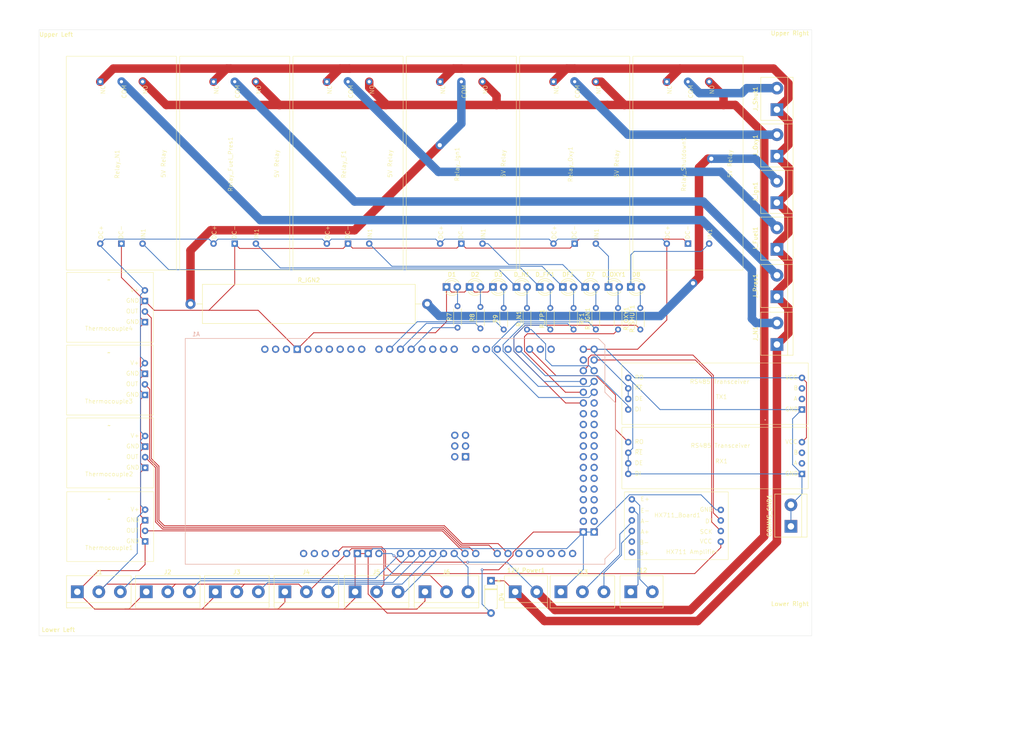
<source format=kicad_pcb>
(kicad_pcb (version 20240108) (generator "pcbnew") (generator_version "8.0")
  (title_block (title "Hole Placement Diagram") (date "2025-02-08") (rev "1.0.0"))
  (layers (0 "F.Cu" signal) (31 "B.Cu" signal) (34 "B.Paste" user) (35 "F.Paste" user) (36 "B.SilkS" user "B.Silkscreen") (37 "F.SilkS" user "F.Silkscreen") (38 "B.Mask" user) (39 "F.Mask" user) (44 "Edge.Cuts" user))
  (net 0 "")
  (net 1 "Net-(12V_Power1-Pin_1)")
  (net 5 "Net-(A1-PadD29)")
  (net 7 "Net-(A1-PadD4)")
  (net 10 "Net-(J3-Pin_3)")
  (net 17 "Net-(A1-PadD24)")
  (net 22 "Net-(A1-PadD27)")
  (net 25 "Net-(A1-D19{slash}RX1)")
  (net 32 "Net-(A1-PadA7)")
  (net 33 "Net-(J6-Pin_3)")
  (net 39 "Net-(A1-PadD5)")
  (net 41 "Net-(A1-PadA8)")
  (net 42 "Net-(A1-PadD23)")
  (net 43 "Net-(J4-Pin_3)")
  (net 45 "Net-(J5-Pin_3)")
  (net 49 "Net-(A1-PadD28)")
  (net 52 "Net-(A1-PadD25)")
  (net 53 "Net-(A1-PadD26)")
  (net 54 "Net-(A1-3.3V)")
  (net 55 "Net-(A1-PadA6)")
  (net 56 "Net-(J1-Pin_3)")
  (net 58 "Net-(A1-D18{slash}TX1)")
  (net 67 "Net-(J1-Pin_2)")
  (net 71 "Net-(A1-PadD6)")
  (net 79 "Net-(A1-PadA9)")
  (net 82 "Net-(A1-PadD30)")
  (net 84 "Net-(J2-Pin_3)")
  (net 85 "Net-(COMMS_GND1-Pin_1)")
  (net 86 "Net-(D1-A)")
  (net 87 "Net-(D2-A)")
  (net 88 "Net-(D3-A)")
  (net 89 "Net-(D7-A)")
  (net 90 "Net-(D7-K)")
  (net 91 "Net-(D8-A)")
  (net 92 "Net-(D8-K)")
  (net 93 "Net-(DF1-K)")
  (net 94 "Net-(DF1-A)")
  (net 95 "Net-(D_FP1-K)")
  (net 96 "Net-(D_FP1-A)")
  (net 97 "Net-(D_N1-A)")
  (net 98 "Net-(D_N1-K)")
  (net 99 "Net-(D_OXY1-A)")
  (net 100 "Net-(D_OXY1-K)")
  (net 102 "Net-(J13-Pin_2)")
  (net 104 "Net-(J12-Pin_2)")
  (net 105 "Net-(J12-Pin_1)")
  (net 106 "Net-(J_Fuel1-Pin_2)")
  (net 107 "Net-(J_N1-Pin_2)")
  (net 108 "Net-(J_Oxy1-Pin_2)")
  (net 109 "Net-(J_Pres1-Pin_2)")
  (net 110 "Net-(R_IGN2-Pad1)")
  (net 111 "RS485 RX A")
  (net 112 "RS485 RX B")
  (net 113 "RS485 TX A")
  (net 114 "RS485 TX B")
  (net 115 "Net-(12V_Power1-Pin_2)")
  (net 116 "Net-(J13-Pin_3)")
  (net 117 "Net-(J_Ign1-Pin_2)")
  (net 118 "Net-(J_Shut1-Pin_2)")
  (net 119 "Net-(D1-K)")
  (footprint "ValveControl:Relay" (layer "F.Cu") (at 158.75 52 90)
    (property "Reference" "Relay_Oxy1")
    (property "Value" "~")
  )
  (footprint "TerminalBlock:TerminalBlock_bornier-3_P5.08mm" (layer "F.Cu") (at 90.84 153)
    (property "Reference" "J4")
    (property "Value" "Pressure Transducer")
  )
  (footprint "ValveControl:Relay" (layer "F.Cu") (at 51.75 52 90)
    (property "Reference" "Relay_N1")
    (property "Value" "~")
  )
  (footprint "TerminalBlock:TerminalBlock_bornier-2_P5.08mm" (layer "F.Cu") (at 207 94.58 90)
    (property "Reference" "J_N1")
    (property "Value" "Nitrogen Valve")
  )
  (footprint "Communications:RS485_Transceiver" (layer "F.Cu") (at 193.9 107.45)
    (property "Reference" "TX1")
    (property "Value" "TX_MAX485")
  )
  (footprint "ValveControl:Relay" (layer "F.Cu") (at 132 52 90)
    (property "Reference" "Relay_Ign1")
    (property "Value" "~")
  )
  (footprint "TerminalBlock:TerminalBlock_bornier-2_P5.08mm" (layer "F.Cu") (at 207 50.1 90)
    (property "Reference" "J_Oxy1")
    (property "Value" "Oxidizer")
  )
  (footprint "MountingHole:MountingHole_2.1mm" (layer "F.Cu") (at 211.15 24.25)
    (property "Reference" "Upper Right")
    (property "Value" "MountingHole_2.1mm")
  )
  (footprint "TerminalBlock:TerminalBlock_bornier-2_P5.08mm" (layer "F.Cu") (at 172.5 153)
    (property "Reference" "J12")
    (property "Value" "Screw_Terminal_01x02")
  )
  (footprint "MountingHole:MountingHole_2.1mm" (layer "F.Cu") (at 36.85 24.25)
    (property "Reference" "Upper Left")
    (property "Value" "MountingHole_2.1mm")
  )
  (footprint "Resistor_THT:R_Axial_DIN0204_L3.6mm_D1.6mm_P5.08mm_Horizontal" (layer "F.Cu") (at 174.75 91.04 90)
    (property "Reference" "R_SHUT1")
    (property "Value" "R")
  )
  (footprint "Resistor_THT:R_Axial_DIN0204_L3.6mm_D1.6mm_P5.08mm_Horizontal" (layer "F.Cu") (at 159 85.96 -90)
    (property "Reference" "RF1")
    (property "Value" "R")
  )
  (footprint "Sensors:AD8495" (layer "F.Cu") (at 49.3 102)
    (property "Reference" "Thermocouple3")
    (property "Value" "~")
  )
  (footprint "ValveControl:Relay" (layer "F.Cu") (at 185.5 52 90)
    (property "Reference" "Relay_Shutdown1")
    (property "Value" "~")
  )
  (footprint "TerminalBlock:TerminalBlock_bornier-2_P5.08mm" (layer "F.Cu") (at 210.3 137.54 90)
    (property "Reference" "COMMS_GND1")
    (property "Value" "GND")
  )
  (footprint "LED_THT:LED_D3.0mm" (layer "F.Cu") (at 134.46 81)
    (property "Reference" "D2")
    (property "Value" "LED")
  )
  (footprint "LED_THT:LED_D3.0mm" (layer "F.Cu") (at 172.5 81)
    (property "Reference" "D8")
    (property "Value" "LED")
  )
  (footprint "Resistor_THT:R_Axial_DIN0204_L3.6mm_D1.6mm_P5.08mm_Horizontal" (layer "F.Cu") (at 148 91.04 90)
    (property "Reference" "R_N1")
    (property "Value" "R")
  )
  (footprint "TerminalBlock:TerminalBlock_bornier-3_P5.08mm" (layer "F.Cu") (at 74.42 153)
    (property "Reference" "J3")
    (property "Value" "Pressure Transducer")
  )
  (footprint "Resistor_THT:R_Axial_DIN0204_L3.6mm_D1.6mm_P5.08mm_Horizontal" (layer "F.Cu") (at 153.5 91.04 90)
    (property "Reference" "R_FP1")
    (property "Value" "R")
  )
  (footprint "Communications:RS485_Transceiver" (layer "F.Cu") (at 193.9 122.65)
    (property "Reference" "RX1")
    (property "Value" "RX_MAX485")
  )
  (footprint "Resistor_THT:R_Axial_DIN0204_L3.6mm_D1.6mm_P5.08mm_Horizontal" (layer "F.Cu") (at 164.25 91.04 90)
    (property "Reference" "R_IGN1")
    (property "Value" "R200")
  )
  (footprint "LED_THT:LED_D3.0mm" (layer "F.Cu") (at 156.46 81)
    (property "Reference" "DF1")
    (property "Value" "LED")
  )
  (footprint "TerminalBlock:TerminalBlock_bornier-3_P5.08mm" (layer "F.Cu") (at 58.12 153)
    (property "Reference" "J2")
    (property "Value" "Pressure Transducer")
  )
  (footprint "Resistor_THT:R_Axial_DIN0204_L3.6mm_D1.6mm_P5.08mm_Horizontal" (layer "F.Cu") (at 142.5 91.04 90)
    (property "Reference" "R9")
    (property "Value" "R")
  )
  (footprint "LED_THT:LED_D3.0mm" (layer "F.Cu") (at 139.96 81)
    (property "Reference" "D3")
    (property "Value" "LED")
  )
  (footprint "Resistor_THT:R_Axial_DIN0204_L3.6mm_D1.6mm_P5.08mm_Horizontal" (layer "F.Cu") (at 137 90.79 90)
    (property "Reference" "R8")
    (property "Value" "R")
  )
  (footprint "TerminalBlock:TerminalBlock_bornier-2_P5.08mm" (layer "F.Cu") (at 145.22 153)
    (property "Reference" "12V_Power1")
    (property "Value" "12V Power")
  )
  (footprint "Sensors:AD8495" (layer "F.Cu") (at 49.3 84.8)
    (property "Reference" "Thermocouple4")
    (property "Value" "~")
  )
  (footprint "Resistor_THT:R_Axial_Power_L50.0mm_W9.0mm_P55.88mm" (layer "F.Cu") (at 68.56 85)
    (property "Reference" "R_IGN2")
    (property "Value" "10R 10W")
  )
  (footprint "TerminalBlock:TerminalBlock_bornier-2_P5.08mm" (layer "F.Cu") (at 206.98 61.08 90)
    (property "Reference" "J_Ign1")
    (property "Value" "Igniter")
  )
  (footprint "Resistor_THT:R_Axial_DIN0204_L3.6mm_D1.6mm_P5.08mm_Horizontal" (layer "F.Cu") (at 131.6 90.6 90)
    (property "Reference" "R7")
    (property "Value" "R")
  )
  (footprint "TerminalBlock:TerminalBlock_bornier-3_P5.08mm" (layer "F.Cu") (at 107.42 153)
    (property "Reference" "J5")
    (property "Value" "Pressure Transducer")
  )
  (footprint "LED_THT:LED_D3.0mm" (layer "F.Cu") (at 167.23 81)
    (property "Reference" "D_OXY1")
    (property "Value" "LED")
  )
  (footprint "TerminalBlock:TerminalBlock_bornier-3_P5.08mm" (layer "F.Cu") (at 156 153)
    (property "Reference" "J13")
    (property "Value" "Screw_Terminal_01x03")
  )
  (footprint "Sensors:HX711" (layer "F.Cu") (at 183.5 135.4)
    (property "Reference" "HX711_Board1")
    (property "Value" "~")
  )
  (footprint "ValveControl:Relay" (layer "F.Cu") (at 78.5 52 90)
    (property "Reference" "Relay_Fuel_Pres1")
    (property "Value" "~")
  )
  (footprint "ValveControl:Relay" (layer "F.Cu") (at 105.25 52 90)
    (property "Reference" "Relay_F1")
    (property "Value" "~")
  )
  (footprint "TerminalBlock:TerminalBlock_bornier-2_P5.08mm" (layer "F.Cu") (at 207 83.3 90)
    (property "Reference" "J_Pres1")
    (property "Value" "Fuel Pressuization")
  )
  (footprint "TerminalBlock:TerminalBlock_bornier-2_P5.08mm" (layer "F.Cu") (at 207 72.1 90)
    (property "Reference" "J_Fuel1")
    (property "Value" "Fuel")
  )
  (footprint "Sensors:AD8495" (layer "F.Cu") (at 49.35 119.2)
    (property "Reference" "Thermocouple2")
    (property "Value" "~")
  )
  (footprint "MountingHole:MountingHole_2.1mm" (layer "F.Cu") (at 36.85 159.35)
    (property "Reference" "Lower Left")
    (property "Value" "MountingHole_2.1mm")
  )
  (footprint "Resistor_THT:R_Axial_DIN0204_L3.6mm_D1.6mm_P5.08mm_Horizontal" (layer "F.Cu") (at 169.5 85.96 -90)
    (property "Reference" "R_OXY1")
    (property "Value" "R")
  )
  (footprint "LED_THT:LED_D3.0mm" (layer "F.Cu") (at 129 81)
    (property "Reference" "D1")
    (property "Value" "LED")
  )
  (footprint "LED_THT:LED_D3.0mm" (layer "F.Cu") (at 145.5 81)
    (property "Reference" "D_N1")
    (property "Value" "LED")
  )
  (footprint "Diode_THT:D_A-405_P7.62mm_Horizontal" (layer "F.Cu") (at 139.5 150.4 -90)
    (property "Reference" "D4")
    (property "Value" "D")
  )
  (footprint "Arduino:Arduino_Mega2560_R3_Shield" (layer "F.Cu") (at 67.324 146.5)
    (property "Reference" "A1")
    (property "Value" "Arduino_Mega2560_R3_Shield")
  )
  (footprint "LED_THT:LED_D3.0mm" (layer "F.Cu") (at 161.73 81)
    (property "Reference" "D7")
    (property "Value" "LED")
  )
  (footprint "TerminalBlock:TerminalBlock_bornier-3_P5.08mm" (layer "F.Cu") (at 41.84 153)
    (property "Reference" "J1")
    (property "Value" "Pressure Transducer")
  )
  (footprint "TerminalBlock:TerminalBlock_bornier-2_P5.08mm" (layer "F.Cu") (at 207 39.1 90)
    (property "Reference" "J_Shut1")
    (property "Value" "Shutdown Valve")
  )
  (footprint "MountingHole:MountingHole_2.1mm" (layer "F.Cu") (at 211.15 159.35)
    (property "Reference" "Lower Right")
    (property "Value" "MountingHole_2.1mm")
  )
  (footprint "Sensors:AD8495" (layer "F.Cu") (at 49.35 136.6)
    (property "Reference" "Thermocouple1")
    (property "Value" "~")
  )
  (footprint "LED_THT:LED_D3.0mm" (layer "F.Cu") (at 151 81)
    (property "Reference" "D_FP1")
    (property "Value" "LED")
  )
  (footprint "TerminalBlock:TerminalBlock_bornier-3_P5.08mm" (layer "F.Cu") (at 123.92 153)
    (property "Reference" "J6")
    (property "Value" "Pressure Transducer")
  )
  (gr_rect (start 32.8 20.2) (end 215.2 163.4) (stroke (width 0.05)) (fill none) (layer "Edge.Cuts"))
  (segment (start 184.1 29.4) (end 159.3 29.4) (width 2) (layer "F.Cu") (net 1))
  (segment (start 207.2 61.1) (end 209.9 58.4) (width 2) (layer "F.Cu") (net 1))
  (segment (start 142.62 150.4) (end 145.22 153) (width 0.2) (layer "F.Cu") (net 1))
  (segment (start 106.1 29.4) (end 103.85 29.4) (width 2) (layer "F.Cu") (net 1))
  (segment (start 206.2 29.4) (end 184.1 29.4) (width 2) (layer "F.Cu") (net 1))
  (segment (start 207 70.838377) (end 209.7 68.138377) (width 2) (layer "F.Cu") (net 1))
  (segment (start 188.3 159.9) (end 152.12 159.9) (width 2) (layer "F.Cu") (net 1))
  (segment (start 207 39.1) (end 209.7 36.4) (width 2) (layer "F.Cu") (net 1))
  (segment (start 209.7 91.88) (end 209.7 86) (width 2) (layer "F.Cu") (net 1))
  (segment (start 77.1 29.4) (end 74 32.5) (width 2) (layer "F.Cu") (net 1))
  (segment (start 209.7 74.8) (end 207 72.1) (width 2) (layer "F.Cu") (net 1))
  (segment (start 207 72.1) (end 207 70.838377) (width 2) (layer "F.Cu") (net 1))
  (segment (start 207 83.3) (end 207 82.038377) (width 2) (layer "F.Cu") (net 1))
  (segment (start 106.1 29.4) (end 78.1 29.4) (width 2) (layer "F.Cu") (net 1))
  (segment (start 159.3 29.4) (end 132.6 29.4) (width 2) (layer "F.Cu") (net 1))
  (segment (start 209.7 86) (end 207 83.3) (width 2) (layer "F.Cu") (net 1))
  (segment (start 139.5 150.4) (end 142.62 150.4) (width 0.2) (layer "F.Cu") (net 1))
  (segment (start 157.35 29.4) (end 154.25 32.5) (width 2) (layer "F.Cu") (net 1))
  (segment (start 78.1 29.4) (end 77.1 29.4) (width 2) (layer "F.Cu") (net 1))
  (segment (start 50.35 29.4) (end 47.25 32.5) (width 2) (layer "F.Cu") (net 1))
  (segment (start 209.7 47.4) (end 209.7 41.8) (width 2) (layer "F.Cu") (net 1))
  (segment (start 188.3 159.9) (end 207 141.2) (width 2) (layer "F.Cu") (net 1))
  (segment (start 132.6 29.4) (end 106.1 29.4) (width 2) (layer "F.Cu") (net 1))
  (segment (start 209.7 68.138377) (end 209.7 63.6) (width 2) (layer "F.Cu") (net 1))
  (segment (start 209.7 79.338377) (end 209.7 74.8) (width 2) (layer "F.Cu") (net 1))
  (segment (start 207 141.2) (end 207 94.58) (width 2) (layer "F.Cu") (net 1))
  (segment (start 209.7 63.6) (end 207.2 61.1) (width 2) (layer "F.Cu") (net 1))
  (segment (start 103.85 29.4) (end 100.75 32.5) (width 2) (layer "F.Cu") (net 1))
  (segment (start 207 50.1) (end 209.7 47.4) (width 2) (layer "F.Cu") (net 1))
  (segment (start 209.7 41.8) (end 207 39.1) (width 2) (layer "F.Cu") (net 1))
  (segment (start 207 94.58) (end 209.7 91.88) (width 2) (layer "F.Cu") (net 1))
  (segment (start 152.12 159.9) (end 145.22 153) (width 2) (layer "F.Cu") (net 1))
  (segment (start 209.7 36.4) (end 209.7 32.9) (width 2) (layer "F.Cu") (net 1))
  (segment (start 132.6 29.4) (end 130.6 29.4) (width 2) (layer "F.Cu") (net 1))
  (segment (start 209.9 58.4) (end 209.9 53) (width 2) (layer "F.Cu") (net 1))
  (segment (start 159.3 29.4) (end 157.35 29.4) (width 2) (layer "F.Cu") (net 1))
  (segment (start 130.6 29.4) (end 127.5 32.5) (width 2) (layer "F.Cu") (net 1))
  (segment (start 209.9 53) (end 207 50.1) (width 2) (layer "F.Cu") (net 1))
  (segment (start 207 82.038377) (end 209.7 79.338377) (width 2) (layer "F.Cu") (net 1))
  (segment (start 209.7 32.9) (end 206.2 29.4) (width 2) (layer "F.Cu") (net 1))
  (segment (start 184.1 29.4) (end 181 32.5) (width 2) (layer "F.Cu") (net 1))
  (segment (start 78.1 29.4) (end 50.35 29.4) (width 2) (layer "F.Cu") (net 1))
  (segment (start 139.8 95.238421) (end 139.8 96.161579) (width 0.2) (layer "B.Cu") (net 5))
  (segment (start 150.738421 107.1) (end 162.604 107.1) (width 0.2) (layer "B.Cu") (net 5))
  (segment (start 145.798421 89.24) (end 139.8 95.238421) (width 0.2) (layer "B.Cu") (net 5))
  (segment (start 139.8 96.161579) (end 150.738421 107.1) (width 0.2) (layer "B.Cu") (net 5))
  (segment (start 162.45 89.24) (end 145.798421 89.24) (width 0.2) (layer "B.Cu") (net 5))
  (segment (start 164.25 91.04) (end 162.45 89.24) (width 0.2) (layer "B.Cu") (net 5))
  (segment (start 162.604 107.1) (end 163.844 105.86) (width 0.2) (layer "B.Cu") (net 5))
  (segment (start 125.764 90.6) (end 120.664 95.7) (width 0.2) (layer "B.Cu") (net 7))
  (segment (start 131.6 90.6) (end 125.764 90.6) (width 0.2) (layer "B.Cu") (net 7))
  (segment (start 86.78 150.8) (end 116.364 150.8) (width 0.2) (layer "B.Cu") (net 10))
  (segment (start 116.364 150.8) (end 123.204 143.96) (width 0.2) (layer "B.Cu") (net 10))
  (segment (start 84.58 153) (end 86.78 150.8) (width 0.2) (layer "B.Cu") (net 10))
  (segment (start 192 128.988) (end 192 101.9) (width 0.2) (layer "F.Cu") (net 17))
  (segment (start 162.4676 99.6164) (end 161.304 100.78) (width 0.2) (layer "F.Cu") (net 17))
  (segment (start 191.988 129) (end 192 128.988) (width 0.2) (layer "F.Cu") (net 17))
  (segment (start 192 101.9) (end 187.1764 97.0764) (width 0.2) (layer "F.Cu") (net 17))
  (segment (start 187.1764 97.0764) (end 163.149221 97.0764) (width 0.2) (layer "F.Cu") (net 17))
  (segment (start 163.149221 97.0764) (end 162.4676 97.758021) (width 0.2) (layer "F.Cu") (net 17))
  (segment (start 193.75 136.15) (end 191.988 134.388) (width 0.2) (layer "F.Cu") (net 17))
  (segment (start 162.4676 97.758021) (end 162.4676 99.6164) (width 0.2) (layer "F.Cu") (net 17))
  (segment (start 191.988 134.388) (end 191.988 129) (width 0.2) (layer "F.Cu") (net 17))
  (segment (start 147.36 89.64) (end 142.3604 94.6396) (width 0.2) (layer "B.Cu") (net 22))
  (segment (start 162.6804 104.4836) (end 163.844 103.32) (width 0.2) (layer "B.Cu") (net 22))
  (segment (start 142.3604 96.181979) (end 150.662021 104.4836) (width 0.2) (layer "B.Cu") (net 22))
  (segment (start 150.662021 104.4836) (end 162.6804 104.4836) (width 0.2) (layer "B.Cu") (net 22))
  (segment (start 142.3604 94.6396) (end 142.3604 96.181979) (width 0.2) (layer "B.Cu") (net 22))
  (segment (start 159 91.04) (end 157.6 89.64) (width 0.2) (layer "B.Cu") (net 22))
  (segment (start 157.6 89.64) (end 147.36 89.64) (width 0.2) (layer "B.Cu") (net 22))
  (segment (start 171.9 117.65) (end 168.8936 114.6436) (width 0.2) (layer "F.Cu") (net 25))
  (segment (start 168.8936 114.6436) (end 168.8936 106.511221) (width 0.2) (layer "F.Cu") (net 25))
  (segment (start 164.325979 101.9436) (end 154.8476 101.9436) (width 0.2) (layer "F.Cu") (net 25))
  (segment (start 154.8476 101.9436) (end 148.604 95.7) (width 0.2) (layer "F.Cu") (net 25))
  (segment (start 168.8936 106.511221) (end 164.325979 101.9436) (width 0.2) (layer "F.Cu") (net 25))
  (segment (start 57.85 121.2) (end 60.3 123.65) (width 0.2) (layer "F.Cu") (net 32))
  (segment (start 128.169686 138.2) (end 132.384843 142.415157) (width 0.2) (layer "F.Cu") (net 32))
  (segment (start 62 138.2) (end 128.169686 138.2) (width 0.2) (layer "F.Cu") (net 32))
  (segment (start 60.3 136.5) (end 62 138.2) (width 0.2) (layer "F.Cu") (net 32))
  (segment (start 134.359157 142.415157) (end 135.904 143.96) (width 0.2) (layer "F.Cu") (net 32))
  (segment (start 132.384843 142.415157) (end 134.359157 142.415157) (width 0.2) (layer "F.Cu") (net 32))
  (segment (start 60.3 123.65) (end 60.3 136.5) (width 0.2) (layer "F.Cu") (net 32))
  (segment (start 134.08 147.216) (end 130.824 143.96) (width 0.2) (layer "B.Cu") (net 33))
  (segment (start 134.08 153) (end 134.08 147.216) (width 0.2) (layer "B.Cu") (net 33))
  (segment (start 137 90.79) (end 135.81 89.6) (width 0.2) (layer "B.Cu") (net 39))
  (segment (start 124.224 89.6) (end 118.124 95.7) (width 0.2) (layer "B.Cu") (net 39))
  (segment (start 135.81 89.6) (end 124.224 89.6) (width 0.2) (layer "B.Cu") (net 39))
  (segment (start 132.535372 142) (end 139.024 142) (width 0.2) (layer "F.Cu") (net 41))
  (segment (start 57.8 104) (end 58.912 105.112) (width 0.2) (layer "F.Cu") (net 41))
  (segment (start 58.912 105.112) (end 58.912 121.696314) (width 0.2) (layer "F.Cu") (net 41))
  (segment (start 128.335372 137.8) (end 132.535372 142) (width 0.2) (layer "F.Cu") (net 41))
  (segment (start 62.2 137.8) (end 128.335372 137.8) (width 0.2) (layer "F.Cu") (net 41))
  (segment (start 60.7 136.3) (end 62.2 137.8) (width 0.2) (layer "F.Cu") (net 41))
  (segment (start 139.024 142) (end 140.984 143.96) (width 0.2) (layer "F.Cu") (net 41))
  (segment (start 60.7 123.484314) (end 60.7 136.3) (width 0.2) (layer "F.Cu") (net 41))
  (segment (start 58.912 121.696314) (end 60.7 123.484314) (width 0.2) (layer "F.Cu") (net 41))
  (segment (start 191.588 102.112) (end 191.588 136.488) (width 0.2) (layer "F.Cu") (net 42))
  (segment (start 191.588 136.488) (end 193.75 138.65) (width 0.2) (layer "F.Cu") (net 42))
  (segment (start 187.74 98.24) (end 163.844 98.24) (width 0.2) (layer "F.Cu") (net 42))
  (segment (start 191.6 102.1) (end 187.74 98.24) (width 0.2) (layer "F.Cu") (net 42))
  (segment (start 191.588 102.112) (end 191.6 102.1) (width 0.2) (layer "F.Cu") (net 42))
  (segment (start 118.504 151.2) (end 125.744 143.96) (width 0.2) (layer "B.Cu") (net 43))
  (segment (start 101 153) (end 102.8 151.2) (width 0.2) (layer "B.Cu") (net 43))
  (segment (start 102.8 151.2) (end 118.504 151.2) (width 0.2) (layer "B.Cu") (net 43))
  (segment (start 117.58 153) (end 119.244 153) (width 0.2) (layer "B.Cu") (net 45))
  (segment (start 119.244 153) (end 128.284 143.96) (width 0.2) (layer "B.Cu") (net 45))
  (segment (start 147.4 92.718421) (end 147.4 96.2) (width 0.2) (layer "F.Cu") (net 49))
  (segment (start 147.4 96.2) (end 157.06 105.86) (width 0.2) (layer "F.Cu") (net 49))
  (segment (start 169.5 91.04) (end 168.5 92.04) (width 0.2) (layer "F.Cu") (net 49))
  (segment (start 157.06 105.86) (end 161.304 105.86) (width 0.2) (layer "F.Cu") (net 49))
  (segment (start 148.078421 92.04) (end 147.4 92.718421) (width 0.2) (layer "F.Cu") (net 49))
  (segment (start 168.5 92.04) (end 148.078421 92.04) (width 0.2) (layer "F.Cu") (net 49))
  (segment (start 148 91.04) (end 148.989949 91.04) (width 0.2) (layer "B.Cu") (net 52))
  (segment (start 152.4 98.1) (end 153.9164 99.6164) (width 0.2) (layer "B.Cu") (net 52))
  (segment (start 152.4 94.450051) (end 152.4 98.1) (width 0.2) (layer "B.Cu") (net 52))
  (segment (start 148.989949 91.04) (end 152.4 94.450051) (width 0.2) (layer "B.Cu") (net 52))
  (segment (start 153.9164 99.6164) (end 162.6804 99.6164) (width 0.2) (layer "B.Cu") (net 52))
  (segment (start 162.6804 99.6164) (end 163.844 100.78) (width 0.2) (layer "B.Cu") (net 52))
  (segment (start 147.585786 90.04) (end 144.9 92.725786) (width 0.2) (layer "B.Cu") (net 53))
  (segment (start 152.02 103.32) (end 161.304 103.32) (width 0.2) (layer "B.Cu") (net 53))
  (segment (start 153.5 91.04) (end 152.5 90.04) (width 0.2) (layer "B.Cu") (net 53))
  (segment (start 144.9 96.2) (end 152.02 103.32) (width 0.2) (layer "B.Cu") (net 53))
  (segment (start 144.9 92.725786) (end 144.9 96.2) (width 0.2) (layer "B.Cu") (net 53))
  (segment (start 152.5 90.04) (end 147.585786 90.04) (width 0.2) (layer "B.Cu") (net 53))
  (segment (start 187.6 148.7) (end 116.3 148.7) (width 0.2) (layer "F.Cu") (net 54))
  (segment (start 114.6076 143.312335) (end 113.691665 142.3964) (width 0.2) (layer "F.Cu") (net 54))
  (segment (start 104.4476 142.3964) (end 102.884 143.96) (width 0.2) (layer "F.Cu") (net 54))
  (segment (start 116.3 148.7) (end 114.6076 147.0076) (width 0.2) (layer "F.Cu") (net 54))
  (segment (start 193.75 142.55) (end 187.6 148.7) (width 0.2) (layer "F.Cu") (net 54))
  (segment (start 193.75 141.15) (end 193.75 142.55) (width 0.2) (layer "F.Cu") (net 54))
  (segment (start 114.6076 147.0076) (end 114.6076 143.312335) (width 0.2) (layer "F.Cu") (net 54))
  (segment (start 113.691665 142.3964) (end 104.4476 142.3964) (width 0.2) (layer "F.Cu") (net 54))
  (segment (start 57.85 138.6) (end 128.004 138.6) (width 0.2) (layer "F.Cu") (net 55))
  (segment (start 128.004 138.6) (end 133.364 143.96) (width 0.2) (layer "F.Cu") (net 55))
  (segment (start 112.184 149.9) (end 118.124 143.96) (width 0.2) (layer "B.Cu") (net 56))
  (segment (start 52 153) (end 55.1 149.9) (width 0.2) (layer "B.Cu") (net 56))
  (segment (start 55.1 149.9) (end 112.184 149.9) (width 0.2) (layer "B.Cu") (net 56))
  (segment (start 164.743599 101.9436) (end 152.3076 101.9436) (width 0.2) (layer "B.Cu") (net 58))
  (segment (start 152.3076 101.9436) (end 146.064 95.7) (width 0.2) (layer "B.Cu") (net 58))
  (segment (start 171.9 109.100001) (end 164.743599 101.9436) (width 0.2) (layer "B.Cu") (net 58))
  (segment (start 171.9 109.95) (end 171.9 109.100001) (width 0.2) (layer "B.Cu") (net 58))
  (segment (start 163.844 95.7) (end 174.1 95.7) (width 0.2) (layer "F.Cu") (net 67))
  (segment (start 48.72 151.2) (end 46.92 153) (width 0.2) (layer "F.Cu") (net 67))
  (segment (start 114.2076 143.478021) (end 114.2076 149.1) (width 0.2) (layer "F.Cu") (net 67))
  (segment (start 212.9 117.65) (end 213.962 116.588) (width 0.2) (layer "F.Cu") (net 67))
  (segment (start 114.2076 149.1) (end 114.2076 151.2924) (width 0.2) (layer "F.Cu") (net 67))
  (segment (start 105.424 143.96) (end 106.5876 142.7964) (width 0.2) (layer "F.Cu") (net 67))
  (segment (start 81.3 151.2) (end 79.5 153) (width 0.2) (layer "F.Cu") (net 67))
  (segment (start 125.1 149.1) (end 129 153) (width 0.2) (layer "F.Cu") (net 67))
  (segment (start 95.92 153) (end 94.12 151.2) (width 0.2) (layer "F.Cu") (net 67))
  (segment (start 81.3 151.2) (end 65 151.2) (width 0.2) (layer "F.Cu") (net 67))
  (segment (start 114.2076 151.2924) (end 112.5 153) (width 0.2) (layer "F.Cu") (net 67))
  (segment (start 65 151.2) (end 48.72 151.2) (width 0.2) (layer "F.Cu") (net 67))
  (segment (start 174.1 95.7) (end 181 88.8) (width 0.2) (layer "F.Cu") (net 67))
  (segment (start 106.5876 142.7964) (end 113.525979 142.7964) (width 0.2) (layer "F.Cu") (net 67))
  (segment (start 213.962 116.588) (end 213.962 103.512) (width 0.2) (layer "F.Cu") (net 67))
  (segment (start 105.424 143.96) (end 96.384 153) (width 0.2) (layer "F.Cu") (net 67))
  (segment (start 181 70.75) (end 181 88.8) (width 0.2) (layer "F.Cu") (net 67))
  (segment (start 213.962 103.512) (end 212.9 102.45) (width 0.2) (layer "F.Cu") (net 67))
  (segment (start 96.384 153) (end 95.92 153) (width 0.2) (layer "F.Cu") (net 67))
  (segment (start 94.12 151.2) (end 81.3 151.2) (width 0.2) (layer "F.Cu") (net 67))
  (segment (start 113.525979 142.7964) (end 114.2076 143.478021) (width 0.2) (layer "F.Cu") (net 67))
  (segment (start 163.844 95.7) (end 161.304 95.7) (width 0.2) (layer "F.Cu") (net 67))
  (segment (start 65 151.2) (end 63.2 153) (width 0.2) (layer "F.Cu") (net 67))
  (segment (start 114.2076 149.1) (end 125.1 149.1) (width 0.2) (layer "F.Cu") (net 67))
  (segment (start 56 135.45) (end 57.85 133.6) (width 0.2) (layer "B.Cu") (net 67))
  (segment (start 57.85 116.2) (end 56.738 115.088) (width 0.2) (layer "B.Cu") (net 67))
  (segment (start 72.938 69.688) (end 74 70.75) (width 0.2) (layer "B.Cu") (net 67))
  (segment (start 74 70.75) (end 75.062 69.688) (width 0.2) (layer "B.Cu") (net 67))
  (segment (start 212.9 102.45) (end 173.401895 102.45) (width 0.2) (layer "B.Cu") (net 67))
  (segment (start 57.8 98.5) (end 56.738 97.438) (width 0.2) (layer "B.Cu") (net 67))
  (segment (start 163.844 96.594421) (end 163.844 95.7) (width 0.2) (layer "B.Cu") (net 67))
  (segment (start 99.688 69.688) (end 100.75 70.75) (width 0.2) (layer "B.Cu") (net 67))
  (segment (start 127.5 70.75) (end 128.562 69.688) (width 0.2) (layer "B.Cu") (net 67))
  (segment (start 128.562 69.688) (end 153.188 69.688) (width 0.2) (layer "B.Cu") (net 67))
  (segment (start 56.738 115.088) (end 56.738 100.062) (width 0.2) (layer "B.Cu") (net 67))
  (segment (start 46.92 153) (end 56 143.92) (width 0.2) (layer "B.Cu") (net 67))
  (segment (start 57.8 99) (end 57.8 98.5) (width 0.2) (layer "B.Cu") (net 67))
  (segment (start 75.062 69.688) (end 99.688 69.688) (width 0.2) (layer "B.Cu") (net 67))
  (segment (start 47.25 71.25) (end 47.25 70.75) (width 0.2) (layer "B.Cu") (net 67))
  (segment (start 100.75 70.75) (end 101.812 69.688) (width 0.2) (layer "B.Cu") (net 67))
  (segment (start 56 143.92) (end 56 135.45) (width 0.2) (layer "B.Cu") (net 67))
  (segment (start 56.788 132.538) (end 56.788 117.262) (width 0.2) (layer "B.Cu") (net 67))
  (segment (start 171.9 104.95) (end 171.9 104.650421) (width 0.2) (layer "B.Cu") (net 67))
  (segment (start 57.85 133.6) (end 56.788 132.538) (width 0.2) (layer "B.Cu") (net 67))
  (segment (start 56.738 82.862) (end 57.8 81.8) (width 0.2) (layer "B.Cu") (net 67))
  (segment (start 154.25 70.75) (end 155.312 69.688) (width 0.2) (layer "B.Cu") (net 67))
  (segment (start 171.9 104.650421) (end 163.844 96.594421) (width 0.2) (layer "B.Cu") (net 67))
  (segment (start 126.438 69.688) (end 127.5 70.75) (width 0.2) (layer "B.Cu") (net 67))
  (segment (start 57.8 81.8) (end 47.25 71.25) (width 0.2) (layer "B.Cu") (net 67))
  (segment (start 56.738 97.438) (end 56.738 82.862) (width 0.2) (layer "B.Cu") (net 67))
  (segment (start 56.788 117.262) (end 57.85 116.2) (width 0.2) (layer "B.Cu") (net 67))
  (segment (start 57.65 81.8) (end 57.8 81.8) (width 0.2) (layer "B.Cu") (net 67))
  (segment (start 56.738 100.062) (end 57.8 99) (width 0.2) (layer "B.Cu") (net 67))
  (segment (start 47.25 70.75) (end 48.312 69.688) (width 0.2) (layer "B.Cu") (net 67))
  (segment (start 155.312 69.688) (end 179.938 69.688) (width 0.2) (layer "B.Cu") (net 67))
  (segment (start 173.401895 102.45) (end 166.651895 95.7) (width 0.2) (layer "B.Cu") (net 67))
  (segment (start 48.312 69.688) (end 72.938 69.688) (width 0.2) (layer "B.Cu") (net 67))
  (segment (start 179.938 69.688) (end 181 70.75) (width 0.2) (layer "B.Cu") (net 67))
  (segment (start 171.9 107.45) (end 171.9 104.95) (width 0.2) (layer "B.Cu") (net 67))
  (segment (start 153.188 69.688) (end 154.25 70.75) (width 0.2) (layer "B.Cu") (net 67))
  (segment (start 101.812 69.688) (end 126.438 69.688) (width 0.2) (layer "B.Cu") (net 67))
  (segment (start 166.651895 95.7) (end 163.844 95.7) (width 0.2) (layer "B.Cu") (net 67))
  (segment (start 140.66 89.2) (end 122.084 89.2) (width 0.2) (layer "B.Cu") (net 71))
  (segment (start 122.084 89.2) (end 115.584 95.7) (width 0.2) (layer "B.Cu") (net 71))
  (segment (start 142.5 91.04) (end 140.66 89.2) (width 0.2) (layer "B.Cu") (net 71))
  (segment (start 62.4 137.4) (end 128.501058 137.4) (width 0.2) (layer "F.Cu") (net 79))
  (segment (start 59.312 121.530628) (end 61.1 123.318628) (width 0.2) (layer "F.Cu") (net 79))
  (segment (start 61.1 136.1) (end 62.4 137.4) (width 0.2) (layer "F.Cu") (net 79))
  (segment (start 59.312 88.312) (end 59.312 121.530628) (width 0.2) (layer "F.Cu") (net 79))
  (segment (start 61.1 123.318628) (end 61.1 136.1) (width 0.2) (layer "F.Cu") (net 79))
  (segment (start 141.163471 141.599471) (end 143.524 143.96) (width 0.2) (layer "F.Cu") (net 79))
  (segment (start 132.700529 141.599471) (end 141.163471 141.599471) (width 0.2) (layer "F.Cu") (net 79))
  (segment (start 57.8 86.8) (end 59.312 88.312) (width 0.2) (layer "F.Cu") (net 79))
  (segment (start 128.501058 137.4) (end 132.700529 141.599471) (width 0.2) (layer "F.Cu") (net 79))
  (segment (start 144.9 96.181579) (end 157.118421 108.4) (width 0.2) (layer "F.Cu") (net 82))
  (segment (start 157.118421 108.4) (end 161.304 108.4) (width 0.2) (layer "F.Cu") (net 82))
  (segment (start 173.75 90.04) (end 147.585786 90.04) (width 0.2) (layer "F.Cu") (net 82))
  (segment (start 147.585786 90.04) (end 144.9 92.725786) (width 0.2) (layer "F.Cu") (net 82))
  (segment (start 144.9 92.725786) (end 144.9 96.181579) (width 0.2) (layer "F.Cu") (net 82))
  (segment (start 174.75 91.04) (end 173.75 90.04) (width 0.2) (layer "F.Cu") (net 82))
  (segment (start 68.28 153) (end 70.88 150.4) (width 0.2) (layer "B.Cu") (net 84))
  (segment (start 70.88 150.4) (end 114.224 150.4) (width 0.2) (layer "B.Cu") (net 84))
  (segment (start 114.224 150.4) (end 120.664 143.96) (width 0.2) (layer "B.Cu") (net 84))
  (segment (start 171.9 102.45) (end 172.962 103.512) (width 0.2) (layer "B.Cu") (net 85))
  (segment (start 212.9 125.15) (end 212.9 129.86) (width 0.2) (layer "B.Cu") (net 85))
  (segment (start 212.9 109.95) (end 210.7 112.15) (width 0.2) (layer "B.Cu") (net 85))
  (segment (start 210.7 122.95) (end 212.9 125.15) (width 0.2) (layer "B.Cu") (net 85))
  (segment (start 210.3 132.46) (end 210.3 137.54) (width 0.2) (layer "B.Cu") (net 85))
  (segment (start 212.9 109.95) (end 179.4 109.95) (width 0.2) (layer "B.Cu") (net 85))
  (segment (start 212.9 129.86) (end 210.3 132.46) (width 0.2) (layer "B.Cu") (net 85))
  (segment (start 171.9 120.15) (end 171.9 122.65) (width 0.2) (layer "B.Cu") (net 85))
  (segment (start 210.7 112.15) (end 210.7 122.95) (width 0.2) (layer "B.Cu") (net 85))
  (segment (start 179.4 109.95) (end 171.9 102.45) (width 0.2) (layer "B.Cu") (net 85))
  (segment (start 172.962 103.512) (end 172.962 119.088) (width 0.2) (layer "B.Cu") (net 85))
  (segment (start 171.9 125.15) (end 212.9 125.15) (width 0.2) (layer "B.Cu") (net 85))
  (segment (start 172.962 119.088) (end 171.9 120.15) (width 0.2) (layer "B.Cu") (net 85))
  (segment (start 171.9 122.65) (end 171.9 125.15) (width 0.2) (layer "B.Cu") (net 85))
  (segment (start 131.6 81.06) (end 131.54 81) (width 0.2) (layer "B.Cu") (net 86))
  (segment (start 131.6 85.52) (end 131.6 81.06) (width 0.2) (layer "B.Cu") (net 86))
  (segment (start 137 85.71) (end 137 81) (width 0.2) (layer "B.Cu") (net 87))
  (segment (start 142.5 85.96) (end 142.5 81) (width 0.2) (layer "B.Cu") (net 88))
  (segment (start 164.25 85.96) (end 164.25 81.02) (width 0.2) (layer "B.Cu") (net 89))
  (segment (start 164.25 81.02) (end 164.27 81) (width 0.2) (layer "B.Cu") (net 89))
  (segment (start 161.73 81) (end 156.43 75.7) (width 0.2) (layer "B.Cu") (net 90))
  (segment (start 138.75 70.75) (end 137.5 70.75) (width 0.2) (layer "B.Cu") (net 90))
  (segment (start 156.43 75.7) (end 143.7 75.7) (width 0.2) (layer "B.Cu") (net 90))
  (segment (start 143.7 75.7) (end 138.75 70.75) (width 0.2) (layer "B.Cu") (net 90))
  (segment (start 174.75 81.29) (end 175.04 81) (width 0.2) (layer "B.Cu") (net 91))
  (segment (start 174.75 85.96) (end 174.75 81.29) (width 0.2) (layer "B.Cu") (net 91))
  (segment (start 189.15 72.6) (end 191 70.75) (width 0.2) (layer "B.Cu") (net 92))
  (segment (start 173.3 72.6) (end 189.15 72.6) (width 0.2) (layer "B.Cu") (net 92))
  (segment (start 172.5 73.4) (end 173.3 72.6) (width 0.2) (layer "B.Cu") (net 92))
  (segment (start 172.5 81) (end 172.5 73.4) (width 0.2) (layer "B.Cu") (net 92))
  (segment (start 151.56 76.1) (end 156.46 81) (width 0.2) (layer "B.Cu") (net 93))
  (segment (start 116.1 76.1) (end 110.75 70.75) (width 0.2) (layer "B.Cu") (net 93))
  (segment (start 151.56 76.1) (end 116.1 76.1) (width 0.2) (layer "B.Cu") (net 93))
  (segment (start 159 85.96) (end 159 81) (width 0.2) (layer "B.Cu") (net 94))
  (segment (start 89.75 76.5) (end 84 70.75) (width 0.2) (layer "B.Cu") (net 95))
  (segment (start 151 81) (end 146.5 76.5) (width 0.2) (layer "B.Cu") (net 95))
  (segment (start 146.5 76.5) (end 89.75 76.5) (width 0.2) (layer "B.Cu") (net 95))
  (segment (start 153.5 81.04) (end 153.54 81) (width 0.2) (layer "B.Cu") (net 96))
  (segment (start 153.5 85.96) (end 153.5 81.04) (width 0.2) (layer "B.Cu") (net 96))
  (segment (start 148 85.96) (end 148 81.04) (width 0.2) (layer "B.Cu") (net 97))
  (segment (start 148 81.04) (end 148.04 81) (width 0.2) (layer "B.Cu") (net 97))
  (segment (start 141.4 76.9) (end 63.4 76.9) (width 0.2) (layer "B.Cu") (net 98))
  (segment (start 63.4 76.9) (end 57.25 70.75) (width 0.2) (layer "B.Cu") (net 98))
  (segment (start 145.5 81) (end 141.4 76.9) (width 0.2) (layer "B.Cu") (net 98))
  (segment (start 169.5 81.27) (end 169.77 81) (width 0.2) (layer "B.Cu") (net 99))
  (segment (start 169.5 85.96) (end 169.5 81.27) (width 0.2) (layer "B.Cu") (net 99))
  (segment (start 167.23 81) (end 167.23 73.73) (width 0.2) (layer "B.Cu") (net 100))
  (segment (start 167.23 73.73) (end 164.25 70.75) (width 0.2) (layer "B.Cu") (net 100))
  (segment (start 161.08 153) (end 160.1404 152.0604) (width 0.2) (layer "B.Cu") (net 102))
  (segment (start 161.08 153) (end 169.9 144.18) (width 0.2) (layer "B.Cu") (net 102))
  (segment (start 169.9 144.18) (end 169.9 139.4) (width 0.2) (layer "B.Cu") (net 102))
  (segment (start 169.9 139.4) (end 173.15 136.15) (width 0.2) (layer "B.Cu") (net 102))
  (segment (start 173.15 131.15) (end 174.612 132.612) (width 0.2) (layer "B.Cu") (net 104))
  (segment (start 174.612 132.612) (end 174.612 150.032) (width 0.2) (layer "B.Cu") (net 104))
  (segment (start 174.612 150.032) (end 177.58 153) (width 0.2) (layer "B.Cu") (net 104))
  (segment (start 177.58 153) (end 177.58 151.48463) (width 0.2) (layer "B.Cu") (net 104))
  (segment (start 173.15 133.65) (end 174.212 134.712) (width 0.2) (layer "B.Cu") (net 105))
  (segment (start 174.212 151.288) (end 172.5 153) (width 0.2) (layer "B.Cu") (net 105))
  (segment (start 174.212 134.712) (end 174.212 151.288) (width 0.2) (layer "B.Cu") (net 105))
  (segment (start 193.78 53.8) (end 207 67.02) (width 2) (layer "B.Cu") (net 106))
  (segment (start 127.1 53.8) (end 193.78 53.8) (width 2) (layer "B.Cu") (net 106))
  (segment (start 105.7 32.4) (end 127.1 53.8) (width 2) (layer "B.Cu") (net 106))
  (segment (start 189.3 65.2) (end 201.1 77) (width 2) (layer "B.Cu") (net 107))
  (segment (start 52.3 32.45) (end 85.05 65.2) (width 2) (layer "B.Cu") (net 107))
  (segment (start 201.1 77) (end 201.1 88.5) (width 2) (layer "B.Cu") (net 107))
  (segment (start 201.1 88.5) (end 202.1 89.5) (width 2) (layer "B.Cu") (net 107))
  (segment (start 202.1 89.5) (end 207 89.5) (width 2) (layer "B.Cu") (net 107))
  (segment (start 85.05 65.2) (end 189.3 65.2) (width 2) (layer "B.Cu") (net 107))
  (segment (start 171.82 45.02) (end 207 45.02) (width 2) (layer "B.Cu") (net 108))
  (segment (start 159.2 32.4) (end 171.82 45.02) (width 2) (layer "B.Cu") (net 108))
  (segment (start 107.3 60.8) (end 189.58 60.8) (width 2) (layer "B.Cu") (net 109))
  (segment (start 189.58 60.8) (end 207 78.22) (width 2) (layer "B.Cu") (net 109))
  (segment (start 79 32.5) (end 107.3 60.8) (width 2) (layer "B.Cu") (net 109))
  (segment (start 127.4 47.5) (end 107.3 67.6) (width 2) (layer "F.Cu") (net 110))
  (segment (start 107.3 67.6) (end 73.325312 67.6) (width 2) (layer "F.Cu") (net 110))
  (segment (start 68.56 72.365312) (end 68.56 85) (width 2) (layer "F.Cu") (net 110))
  (segment (start 73.325312 67.6) (end 68.56 72.365312) (width 2) (layer "F.Cu") (net 110))
  (via (at 127.4 47.5) (size 2) (drill 1) (layers "F.Cu" "B.Cu") (net 110))
  (segment (start 132.5 32.5) (end 132.5 42.4) (width 2) (layer "B.Cu") (net 110))
  (segment (start 132.5 42.4) (end 127.4 47.5) (width 2) (layer "B.Cu") (net 110))
  (segment (start 194.4 35.9) (end 191 32.5) (width 2) (layer "F.Cu") (net 115))
  (segment (start 84 32.5) (end 89.5 38) (width 2) (layer "F.Cu") (net 115))
  (segment (start 194.4 38) (end 171 38) (width 2) (layer "F.Cu") (net 115))
  (segment (start 137.5 32.5) (end 140.812 35.812) (width 2) (layer "F.Cu") (net 115))
  (segment (start 114.662 38) (end 89.6 38) (width 2) (layer "F.Cu") (net 115))
  (segment (start 110.75 33.85) (end 114.662 37.762) (width 2) (layer "F.Cu") (net 115))
  (segment (start 134 146) (end 118.1 146) (width 0.2) (layer "F.Cu") (net 115))
  (segment (start 165.5 32.5) (end 164.25 32.5) (width 2) (layer "F.Cu") (net 115))
  (segment (start 186.6 157.3) (end 154.6 157.3) (width 2) (layer "F.Cu") (net 115))
  (segment (start 204 44.838) (end 197.162 38) (width 2) (layer "F.Cu") (net 115))
  (segment (start 171 38) (end 165.5 32.5) (width 2) (layer "F.Cu") (net 115))
  (segment (start 62.85 38) (end 57.3 32.45) (width 2) (layer "F.Cu") (net 115))
  (segment (start 186.6 157.3) (end 204 139.9) (width 2) (layer "F.Cu") (net 115))
  (segment (start 89.6 38) (end 62.85 38) (width 2) (layer "F.Cu") (net 115))
  (segment (start 154.6 157.3) (end 150.3 153) (width 2) (layer "F.Cu") (net 115))
  (segment (start 110.75 32.5) (end 110.75 33.85) (width 2) (layer "F.Cu") (net 115))
  (segment (start 204 139.9) (end 204 44.838) (width 2) (layer "F.Cu") (net 115))
  (segment (start 140.812 35.812) (end 140.812 38) (width 2) (layer "F.Cu") (net 115))
  (segment (start 171 38) (end 166.962 38) (width 2) (layer "F.Cu") (net 115))
  (segment (start 197.162 38) (end 194.4 38) (width 2) (layer "F.Cu") (net 115))
  (segment (start 194.4 38) (end 194.4 35.9) (width 2) (layer "F.Cu") (net 115))
  (segment (start 140.812 38) (end 114.662 38) (width 2) (layer "F.Cu") (net 115))
  (segment (start 114.662 37.762) (end 114.662 38) (width 2) (layer "F.Cu") (net 115))
  (segment (start 89.5 38) (end 89.6 38) (width 2) (layer "F.Cu") (net 115))
  (segment (start 118.1 146) (end 116.6 144.5) (width 0.2) (layer "F.Cu") (net 115))
  (segment (start 166.962 38) (end 140.812 38) (width 2) (layer "F.Cu") (net 115))
  (via (at 134 146) (size 0.6) (drill 0.3) (layers "F.Cu" "B.Cu") (net 115))
  (via (at 116.6 144.5) (size 0.6) (drill 0.3) (layers "F.Cu" "B.Cu") (net 115))
  (segment (start 134 146) (end 143.3 146) (width 0.2) (layer "B.Cu") (net 115))
  (segment (start 116.06 143.96) (end 113.044 143.96) (width 0.2) (layer "B.Cu") (net 115))
  (segment (start 116.6 144.5) (end 116.06 143.96) (width 0.2) (layer "B.Cu") (net 115))
  (segment (start 143.3 146) (end 150.3 153) (width 0.2) (layer "B.Cu") (net 115))
  (segment (start 170.3 144.345686) (end 170.3 141.5) (width 0.2) (layer "B.Cu") (net 116))
  (segment (start 166.16 153) (end 166.16 148.485686) (width 0.2) (layer "B.Cu") (net 116))
  (segment (start 170.3 141.5) (end 173.15 138.65) (width 0.2) (layer "B.Cu") (net 116))
  (segment (start 166.16 148.485686) (end 170.3 144.345686) (width 0.2) (layer "B.Cu") (net 116))
  (segment (start 190.7 50.7) (end 191.5 50.7) (width 2) (layer "F.Cu") (net 117))
  (segment (start 188.6 78.7) (end 188.6 52.8) (width 2) (layer "F.Cu") (net 117))
  (segment (start 187.2 80.1) (end 188.6 78.7) (width 2) (layer "F.Cu") (net 117))
  (segment (start 188.6 52.8) (end 190.7 50.7) (width 2) (layer "F.Cu") (net 117))
  (via (at 187.2 80.1) (size 2) (drill 1) (layers "F.Cu" "B.Cu") (net 117))
  (via (at 191.5 50.7) (size 2) (drill 1) (layers "F.Cu" "B.Cu") (net 117))
  (segment (start 127.3 87.86) (end 179.44 87.86) (width 2) (layer "B.Cu") (net 117))
  (segment (start 201.88 50.7) (end 207.2 56.02) (width 2) (layer "B.Cu") (net 117))
  (segment (start 179.44 87.86) (end 187.2 80.1) (width 2) (layer "B.Cu") (net 117))
  (segment (start 124.44 85) (end 127.3 87.86) (width 2) (layer "B.Cu") (net 117))
  (segment (start 191.5 50.7) (end 201.88 50.7) (width 2) (layer "B.Cu") (net 117))
  (segment (start 199.88 34.02) (end 207 34.02) (width 2) (layer "B.Cu") (net 118))
  (segment (start 186 32.5) (end 188.7 35.2) (width 2) (layer "B.Cu") (net 118))
  (segment (start 198.7 35.2) (end 199.88 34.02) (width 2) (layer "B.Cu") (net 118))
  (segment (start 188.7 35.2) (end 198.7 35.2) (width 2) (layer "B.Cu") (net 118))
  (segment (start 158.188 71.812) (end 159.25 70.75) (width 0.2) (layer "F.Cu") (net 119))
  (segment (start 56.738 105.438) (end 56.738 102.562) (width 0.2) (layer "F.Cu") (net 119))
  (segment (start 57.85 118.7) (end 56.788 117.638) (width 0.2) (layer "F.Cu") (net 119))
  (segment (start 56.738 102.562) (end 57.8 101.5) (width 0.2) (layer "F.Cu") (net 119))
  (segment (start 138.76 82.2) (end 135.66 82.2) (width 0.2) (layer "F.Cu") (net 119))
  (segment (start 144.7 144.429579) (end 141.329579 147.8) (width 0.2) (layer "F.Cu") (net 119))
  (segment (start 56.738 88.238) (end 56.738 85.362) (width 0.2) (layer "F.Cu") (net 119))
  (segment (start 104.6 71.9) (end 105.75 70.75) (width 0.2) (layer "F.Cu") (net 119))
  (segment (start 114.974415 158.02) (end 110.504 153.549585) (width 0.2) (layer "F.Cu") (net 119))
  (segment (start 58.12 153) (end 54.02 157.1) (width 0.2) (layer "F.Cu") (net 119))
  (segment (start 105.75 70.75) (end 106.812 71.812) (width 0.2) (layer "F.Cu") (net 119))
  (segment (start 135.66 82.2) (end 134.46 81) (width 0.2) (layer "F.Cu") (net 119))
  (segment (start 56.788 107.512) (end 57.8 106.5) (width 0.2) (layer "F.Cu") (net 119))
  (segment (start 106.812 71.812) (end 131.438 71.812) (width 0.2) (layer "F.Cu") (net 119))
  (segment (start 56.788 117.638) (end 56.788 107.512) (width 0.2) (layer "F.Cu") (net 119))
  (segment (start 107.42 154.48) (end 104.8 157.1) (width 0.2) (layer "F.Cu") (net 119))
  (segment (start 129 81) (end 129 89.2) (width 0.2) (layer "F.Cu") (net 119))
  (segment (start 52.25 78.75) (end 52.25 70.75) (width 0.2) (layer "F.Cu") (net 119))
  (segment (start 46.84 148) (end 41.84 153) (width 0.2) (layer "F.Cu") (net 119))
  (segment (start 184.95 69.7) (end 186 70.75) (width 0.2) (layer "F.Cu") (net 119))
  (segment (start 134.46 81) (end 133.26 82.2) (width 0.2) (layer "F.Cu") (net 119))
  (segment (start 131.438 71.812) (end 132.5 70.75) (width 0.2) (layer "F.Cu") (net 119))
  (segment (start 132.5 70.75) (end 133.562 71.812) (width 0.2) (layer "F.Cu") (net 119))
  (segment (start 160.312 69.688) (end 181.439895 69.688) (width 0.2) (layer "F.Cu") (net 119))
  (segment (start 56.788 137.162) (end 57.85 136.1) (width 0.2) (layer "F.Cu") (net 119))
  (segment (start 72.9 86.5) (end 60 86.5) (width 0.2) (layer "F.Cu") (net 119))
  (segment (start 57.85 136.1) (end 56.788 135.038) (width 0.2) (layer "F.Cu") (net 119))
  (segment (start 107.42 153) (end 107.42 154.48) (width 0.2) (layer "F.Cu") (net 119))
  (segment (start 57.85 141.1) (end 56.788 140.038) (width 0.2) (layer "F.Cu") (net 119))
  (segment (start 161.304 138.88) (end 149.498421 138.88) (width 0.2) (layer "F.Cu") (net 119))
  (segment (start 89.2 157.1) (end 104.8 157.1) (width 0.2) (layer "F.Cu") (net 119))
  (segment (start 84.54 86.5) (end 93.74 95.7) (width 0.2) (layer "F.Cu") (net 119))
  (segment (start 56.788 140.038) (end 56.788 137.162) (width 0.2) (layer "F.Cu") (net 119))
  (segment (start 74.42 153.98) (end 71.3 157.1) (width 0.2) (layer "F.Cu") (net 119))
  (segment (start 129 89.2) (end 126.4 91.8) (width 0.2) (layer "F.Cu") (net 119))
  (segment (start 90.84 155.46) (end 89.2 157.1) (width 0.2) (layer "F.Cu") (net 119))
  (segment (start 79 80.4) (end 79 70.75) (width 0.2) (layer "F.Cu") (net 119))
  (segment (start 57.85 123.7) (end 56.788 122.638) (width 0.2) (layer "F.Cu") (net 119))
  (segment (start 107.42 144.504) (end 107.964 143.96) (width 0.2) (layer "F.Cu") (net 119))
  (segment (start 54.02 157.1) (end 53.1 157.1) (width 0.2) (layer "F.Cu") (net 119))
  (segment (start 45.94 157.1) (end 53.1 157.1) (width 0.2) (layer "F.Cu") (net 119))
  (segment (start 107.964 143.96) (end 110.504 143.96) (width 0.2) (layer "F.Cu") (net 119))
  (segment (start 72.9 86.5) (end 79 80.4) (width 0.2) (layer "F.Cu") (net 119))
  (segment (start 133.562 71.812) (end 158.188 71.812) (width 0.2) (layer "F.Cu") (net 119))
  (segment (start 141.329579 147.8) (end 137.4 147.8) (width 0.2) (layer "F.Cu") (net 119))
  (segment (start 79 70.75) (end 80.15 71.9) (width 0.2) (layer "F.Cu") (net 119))
  (segment (start 56.738 100.438) (end 56.738 90.362) (width 0.2) (layer "F.Cu") (net 119))
  (segment (start 56.788 124.762) (end 57.85 123.7) (width 0.2) (layer "F.Cu") (net 119))
  (segment (start 57.8 89.3) (end 56.738 88.238) (width 0.2) (layer "F.Cu") (net 119))
  (segment (start 139.96 81) (end 138.76 82.2) (width 0.2) (layer "F.Cu") (net 119))
  (segment (start 57.8 84.3) (end 52.25 78.75) (width 0.2) (layer "F.Cu") (net 119))
  (segment (start 159.25 70.75) (end 160.312 69.688) (width 0.2) (layer "F.Cu") (net 119))
  (segment (start 56.788 135.038) (end 56.788 124.762) (width 0.2) (layer "F.Cu") (net 119))
  (segment (start 130.2 82.2) (end 129 81) (width 0.2) (layer "F.Cu") (net 119))
  (segment (start 71.3 157.1) (end 89.2 157.1) (width 0.2) (layer "F.Cu") (net 119))
  (segment (start 80.15 71.9) (end 104.6 71.9) (width 0.2) (layer "F.Cu") (net 119))
  (segment (start 74.42 153) (end 74.42 153.98) (width 0.2) (layer "F.Cu") (net 119))
  (segment (start 126.4 91.8) (end 97.64 91.8) (width 0.2) (layer "F.Cu") (net 119))
  (segment (start 41.84 153) (end 45.94 157.1) (width 0.2) (layer "F.Cu") (net 119))
  (segment (start 56.4 148) (end 46.84 148) (width 0.2) (layer "F.Cu") (net 119))
  (segment (start 181.451895 69.7) (end 184.95 69.7) (width 0.2) (layer "F.Cu") (net 119))
  (segment (start 123.92 155.18) (end 122 157.1) (width 0.2) (layer "F.Cu") (net 119))
  (segment (start 56.788 119.762) (end 57.85 118.7) (width 0.2) (layer "F.Cu") (net 119))
  (segment (start 181.439895 69.688) (end 181.451895 69.7) (width 0.2) (layer "F.Cu") (net 119))
  (segment (start 107.42 153) (end 107.42 144.504) (width 0.2) (layer "F.Cu") (net 119))
  (segment (start 72.9 86.5) (end 84.54 86.5) (width 0.2) (layer "F.Cu") (net 119))
  (segment (start 56.738 90.362) (end 57.8 89.3) (width 0.2) (layer "F.Cu") (net 119))
  (segment (start 53.1 157.1) (end 71.3 157.1) (width 0.2) (layer "F.Cu") (net 119))
  (segment (start 57.8 106.5) (end 56.738 105.438) (width 0.2) (layer "F.Cu") (net 119))
  (segment (start 149.498421 138.88) (end 144.7 143.678421) (width 0.2) (layer "F.Cu") (net 119))
  (segment (start 97.64 91.8) (end 93.74 95.7) (width 0.2) (layer "F.Cu") (net 119))
  (segment (start 56.788 122.638) (end 56.788 119.762) (width 0.2) (layer "F.Cu") (net 119))
  (segment (start 60 86.5) (end 57.8 84.3) (width 0.2) (layer "F.Cu") (net 119))
  (segment (start 123.92 153) (end 123.92 155.18) (width 0.2) (layer "F.Cu") (net 119))
  (segment (start 139.5 158.02) (end 114.974415 158.02) (width 0.2) (layer "F.Cu") (net 119))
  (segment (start 57.85 146.55) (end 57.85 141.1) (width 0.2) (layer "F.Cu") (net 119))
  (segment (start 110.504 143.96) (end 110.504 153.549585) (width 0.2) (layer "F.Cu") (net 119))
  (segment (start 56.4 148) (end 57.85 146.55) (width 0.2) (layer "F.Cu") (net 119))
  (segment (start 90.84 153) (end 90.84 155.46) (width 0.2) (layer "F.Cu") (net 119))
  (segment (start 121.9 157.1) (end 122 157.1) (width 0.2) (layer "F.Cu") (net 119))
  (segment (start 104.8 157.1) (end 121.9 157.1) (width 0.2) (layer "F.Cu") (net 119))
  (segment (start 144.7 143.678421) (end 144.7 144.429579) (width 0.2) (layer "F.Cu") (net 119))
  (segment (start 133.26 82.2) (end 130.2 82.2) (width 0.2) (layer "F.Cu") (net 119))
  (segment (start 56.738 85.362) (end 57.8 84.3) (width 0.2) (layer "F.Cu") (net 119))
  (segment (start 57.8 101.5) (end 56.738 100.438) (width 0.2) (layer "F.Cu") (net 119))
  (via (at 137.4 147.8) (size 0.6) (drill 0.3) (layers "F.Cu" "B.Cu") (net 119))
  (segment (start 111.6676 142.7964) (end 110.504 143.96) (width 0.2) (layer "B.Cu") (net 119))
  (segment (start 163.844 138.406) (end 163.844 138.88) (width 0.2) (layer "B.Cu") (net 119))
  (segment (start 189.088 130.088) (end 192.65 133.65) (width 0.2) (layer "B.Cu") (net 119))
  (segment (start 161.304 138.88) (end 157.3876 142.7964) (width 0.2) (layer "B.Cu") (net 119))
  (segment (start 161.304 138.88) (end 163.844 138.88) (width 0.2) (layer "B.Cu") (net 119))
  (segment (start 157.3876 142.7964) (end 111.6676 142.7964) (width 0.2) (layer "B.Cu") (net 119))
  (segment (start 172.162 130.088) (end 163.844 138.406) (width 0.2) (layer "B.Cu") (net 119))
  (segment (start 137.4 147.8) (end 137.4 155.92) (width 0.2) (layer "B.Cu") (net 119))
  (segment (start 161.304 147.696) (end 161.304 138.88) (width 0.2) (layer "B.Cu") (net 119))
  (segment (start 137.4 155.92) (end 139.5 158.02) (width 0.2) (layer "B.Cu") (net 119))
  (segment (start 189.088 130.088) (end 172.162 130.088) (width 0.2) (layer "B.Cu") (net 119))
  (segment (start 161.304 147.696) (end 156 153) (width 0.2) (layer "B.Cu") (net 119))
  (segment (start 192.65 133.65) (end 193.75 133.65) (width 0.2) (layer "B.Cu") (net 119))
)
</source>
